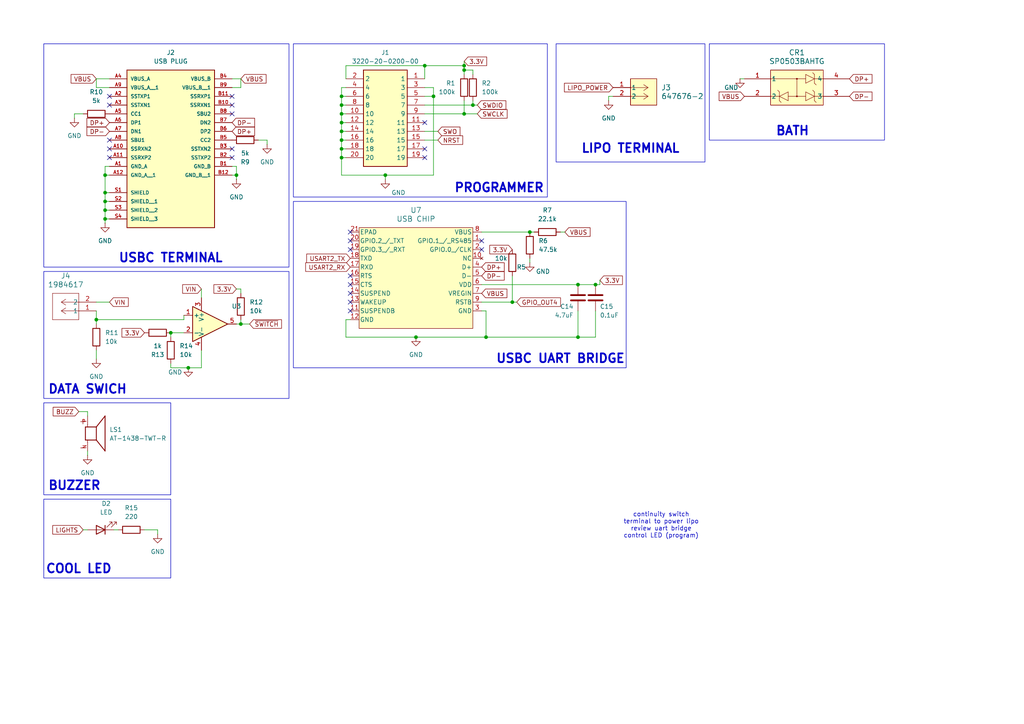
<source format=kicad_sch>
(kicad_sch (version 20250114) (generator "eeschema") (generator_version "9.0")
  (paper "A4")
  (lib_symbols
    (symbol "3220-20-0200-00:3220-20-0200-00"
      (property "Reference" "J" (at 19.05 7.62 0))
      (property "Value" "3220-20-0200-00" (at 19.05 5.08 0))
      (symbol "3220-20-0200-00_1_1"
        (rectangle (start 5.08 2.54) (end 17.78 -25.4) (stroke (width 0.254)) (fill (type background)))
        (pin passive line (at 0 0 0) (length 5.08) (name "2") (number "2"))
        (pin passive line (at 0 -2.54 0) (length 5.08) (name "4") (number "4"))
        (pin passive line (at 0 -5.08 0) (length 5.08) (name "6") (number "6"))
        (pin passive line (at 0 -7.62 0) (length 5.08) (name "8") (number "8"))
        (pin passive line (at 0 -10.16 0) (length 5.08) (name "10") (number "10"))
        (pin passive line (at 0 -12.7 0) (length 5.08) (name "12") (number "12"))
        (pin passive line (at 0 -15.24 0) (length 5.08) (name "14") (number "14"))
        (pin passive line (at 0 -17.78 0) (length 5.08) (name "16") (number "16"))
        (pin passive line (at 0 -20.32 0) (length 5.08) (name "18") (number "18"))
        (pin passive line (at 0 -22.86 0) (length 5.08) (name "20") (number "20"))
        (pin passive line (at 22.86 0 180) (length 5.08) (name "1") (number "1"))
        (pin passive line (at 22.86 -2.54 180) (length 5.08) (name "3") (number "3"))
        (pin passive line (at 22.86 -5.08 180) (length 5.08) (name "5") (number "5"))
        (pin passive line (at 22.86 -7.62 180) (length 5.08) (name "7") (number "7"))
        (pin passive line (at 22.86 -10.16 180) (length 5.08) (name "9") (number "9"))
        (pin passive line (at 22.86 -12.7 180) (length 5.08) (name "11") (number "11"))
        (pin passive line (at 22.86 -15.24 180) (length 5.08) (name "13") (number "13"))
        (pin passive line (at 22.86 -17.78 180) (length 5.08) (name "15") (number "15"))
        (pin passive line (at 22.86 -20.32 180) (length 5.08) (name "17") (number "17"))
        (pin passive line (at 22.86 -22.86 180) (length 5.08) (name "19") (number "19"))
      )
    )
    (symbol "BATH:SP0503BAHTG" (pin_names (offset 0.254))
      (property "Reference" "CR3" (at 15.24 7.62 0))
      (property "Value" "SP0503BAHTG" (at 15.24 5.08 0))
      (symbol "SP0503BAHTG_0_1"
        (polyline (pts (xy 7.62 2.54) (xy 7.62 -7.62)) (stroke (width 0.127)))
        (polyline (pts (xy 7.62 0) (xy 17.78 0)) (stroke (width 0.127)))
        (polyline (pts (xy 7.62 -5.08) (xy 10.16 -5.08)) (stroke (width 0.127)))
        (polyline (pts (xy 7.62 -7.62) (xy 22.86 -7.62)) (stroke (width 0.127)))
        (polyline (pts (xy 10.16 -3.81) (xy 9.652 -3.302)) (stroke (width 0.127)))
        (polyline (pts (xy 10.16 -3.81) (xy 10.16 -6.35)) (stroke (width 0.127)))
        (polyline (pts (xy 10.16 -5.08) (xy 12.7 -3.81)) (stroke (width 0.127)))
        (polyline (pts (xy 10.16 -6.35) (xy 10.668 -6.858)) (stroke (width 0.127)))
        (polyline (pts (xy 12.7 -3.81) (xy 12.7 -6.35)) (stroke (width 0.127)))
        (polyline (pts (xy 12.7 -5.08) (xy 17.78 -5.08)) (stroke (width 0.127)))
        (polyline (pts (xy 12.7 -6.35) (xy 10.16 -5.08)) (stroke (width 0.127)))
        (polyline (pts (xy 15.24 0) (xy 15.24 -5.08)) (stroke (width 0.127)))
        (circle (center 15.24 0) (radius 0.127) (stroke (width 0.254)))
        (circle (center 15.24 -5.08) (radius 0.127) (stroke (width 0.254)))
        (polyline (pts (xy 17.78 1.27) (xy 17.78 -1.27)) (stroke (width 0.127)))
        (polyline (pts (xy 17.78 -1.27) (xy 20.32 0)) (stroke (width 0.127)))
        (polyline (pts (xy 17.78 -3.81) (xy 17.78 -6.35)) (stroke (width 0.127)))
        (polyline (pts (xy 17.78 -6.35) (xy 20.32 -5.08)) (stroke (width 0.127)))
        (polyline (pts (xy 20.32 1.27) (xy 19.812 1.778)) (stroke (width 0.127)))
        (polyline (pts (xy 20.32 1.27) (xy 20.32 -1.27)) (stroke (width 0.127)))
        (polyline (pts (xy 20.32 0) (xy 17.78 1.27)) (stroke (width 0.127)))
        (polyline (pts (xy 20.32 0) (xy 22.86 0)) (stroke (width 0.127)))
        (polyline (pts (xy 20.32 -1.27) (xy 20.828 -1.778)) (stroke (width 0.127)))
        (polyline (pts (xy 20.32 -3.81) (xy 19.812 -3.302)) (stroke (width 0.127)))
        (polyline (pts (xy 20.32 -3.81) (xy 20.32 -6.35)) (stroke (width 0.127)))
        (polyline (pts (xy 20.32 -5.08) (xy 17.78 -3.81)) (stroke (width 0.127)))
        (polyline (pts (xy 20.32 -6.35) (xy 20.828 -6.858)) (stroke (width 0.127)))
        (polyline (pts (xy 22.86 2.54) (xy 7.62 2.54)) (stroke (width 0.127)))
        (polyline (pts (xy 22.86 -5.08) (xy 20.32 -5.08)) (stroke (width 0.127)))
        (polyline (pts (xy 22.86 -7.62) (xy 22.86 2.54)) (stroke (width 0.127)))
        (pin unspecified line (at 0 0 0) (length 7.62) (name "1") (number "1"))
        (pin unspecified line (at 0 -5.08 0) (length 7.62) (name "2") (number "2"))
        (pin unspecified line (at 30.48 0 180) (length 7.62) (name "4") (number "4"))
        (pin unspecified line (at 30.48 -5.08 180) (length 7.62) (name "3") (number "3"))
      )
      (symbol "SP0503BAHTG_1_1"
        (rectangle (start 7.62 2.54) (end 22.86 -7.62) (fill (type background)))
      )
    )
    (symbol "BUZZ:AT-1438-TWT-R" (pin_names (offset 1.016))
      (property "Reference" "LS" (at -1.27 6.35 0))
      (property "Value" "AT-1438-TWT-R" (at -1.27 -8.255 0))
      (symbol "AT-1438-TWT-R_0_0"
        (polyline (pts (xy -3.175 1.905) (xy -3.175 -1.905)) (stroke (width 0.254)))
        (polyline (pts (xy -3.175 1.905) (xy -2.54 1.905)) (stroke (width 0.254)))
        (polyline (pts (xy -3.175 -1.905) (xy -2.54 -1.905)) (stroke (width 0.254)))
        (polyline (pts (xy -2.54 2.54) (xy -2.54 1.905)) (stroke (width 0.1524)))
        (polyline (pts (xy -2.54 1.905) (xy 0 1.905)) (stroke (width 0.254)))
        (polyline (pts (xy -2.54 -1.905) (xy 0 -1.905)) (stroke (width 0.254)))
        (polyline (pts (xy -2.54 -2.54) (xy -2.54 -1.905)) (stroke (width 0.1524)))
        (polyline (pts (xy 0 1.905) (xy 2.54 5.08)) (stroke (width 0.254)))
        (polyline (pts (xy 0 -1.905) (xy 0 1.905)) (stroke (width 0.254)))
        (polyline (pts (xy 0 -1.905) (xy 2.54 -5.08)) (stroke (width 0.254)))
        (polyline (pts (xy 2.54 -5.08) (xy 2.54 5.08)) (stroke (width 0.254)))
        (text "+" (at -5.08 2.54 0) (effects (font (size 1.778 1.778)) (justify left bottom)))
        (text "-" (at -5.08 -5.08 0) (effects (font (size 1.778 1.778)) (justify left bottom)))
        (pin passive line (at -2.54 5.08 270) (length 2.54) (name "~") (number "P"))
        (pin passive line (at -2.54 -5.08 90) (length 2.54) (name "~") (number "N"))
      )
    )
    (symbol "Device:C" (pin_numbers (hide yes)) (pin_names (offset 0.254))
      (property "Reference" "C" (at 0.635 2.54 0))
      (property "Value" "C" (at 0.635 -2.54 0))
      (symbol "C_0_1"
        (polyline (pts (xy -2.032 0.762) (xy 2.032 0.762)) (stroke (width 0.508)))
        (polyline (pts (xy -2.032 -0.762) (xy 2.032 -0.762)) (stroke (width 0.508)))
      )
      (symbol "C_1_1"
        (pin passive line (at 0 3.81 270) (length 2.794) (name "~") (number "1"))
        (pin passive line (at 0 -3.81 90) (length 2.794) (name "~") (number "2"))
      )
    )
    (symbol "Device:LED" (pin_numbers (hide yes)) (pin_names (offset 1.016) (hide yes))
      (property "Reference" "D" (at 0 2.54 0))
      (property "Value" "LED" (at 0 -2.54 0))
      (symbol "LED_0_1"
        (polyline (pts (xy -3.048 -0.762) (xy -4.572 -2.286) (xy -3.81 -2.286) (xy -4.572 -2.286) (xy -4.572 -1.524)))
        (polyline (pts (xy -1.778 -0.762) (xy -3.302 -2.286) (xy -2.54 -2.286) (xy -3.302 -2.286) (xy -3.302 -1.524)))
        (polyline (pts (xy -1.27 0) (xy 1.27 0)))
        (polyline (pts (xy -1.27 -1.27) (xy -1.27 1.27)) (stroke (width 0.254)))
        (polyline (pts (xy 1.27 -1.27) (xy 1.27 1.27) (xy -1.27 0) (xy 1.27 -1.27)) (stroke (width 0.254)))
      )
      (symbol "LED_1_1"
        (pin passive line (at -3.81 0 0) (length 2.54) (name "K") (number "1"))
        (pin passive line (at 3.81 0 180) (length 2.54) (name "A") (number "2"))
      )
    )
    (symbol "Device:R" (pin_numbers (hide yes)) (pin_names (offset 0))
      (property "Reference" "R" (at 2.032 0 90))
      (property "Value" "R" (at 0 0 90))
      (symbol "R_0_1"
        (rectangle (start -1.016 -2.54) (end 1.016 2.54) (stroke (width 0.254)))
      )
      (symbol "R_1_1"
        (pin passive line (at 0 3.81 270) (length 1.27) (name "~") (number "1"))
        (pin passive line (at 0 -3.81 90) (length 1.27) (name "~") (number "2"))
      )
    )
    (symbol "LIPOCONN:647676-2" (pin_names (offset 0.254))
      (property "Reference" "J3" (at 13.97 0.0001 0))
      (property "Value" "647676-2" (at 13.97 -2.5399 0))
      (symbol "647676-2_1_1"
        (polyline (pts (xy 5.08 2.54) (xy 5.08 -5.08)) (stroke (width 0.127)))
        (rectangle (start 5.08 2.54) (end 12.7 -5.08) (fill (type background)))
        (polyline (pts (xy 5.08 -5.08) (xy 12.7 -5.08)) (stroke (width 0.127)))
        (polyline (pts (xy 10.16 0) (xy 5.08 0)) (stroke (width 0.127)))
        (polyline (pts (xy 10.16 0) (xy 8.89 0.8467)) (stroke (width 0.127)))
        (polyline (pts (xy 10.16 0) (xy 8.89 -0.8467)) (stroke (width 0.127)))
        (polyline (pts (xy 10.16 -2.54) (xy 5.08 -2.54)) (stroke (width 0.127)))
        (polyline (pts (xy 10.16 -2.54) (xy 8.89 -1.6933)) (stroke (width 0.127)))
        (polyline (pts (xy 10.16 -2.54) (xy 8.89 -3.3867)) (stroke (width 0.127)))
        (polyline (pts (xy 12.7 2.54) (xy 5.08 2.54)) (stroke (width 0.127)))
        (polyline (pts (xy 12.7 -5.08) (xy 12.7 2.54)) (stroke (width 0.127)))
        (pin unspecified line (at 0 0 0) (length 5.08) (name "1") (number "1"))
        (pin unspecified line (at 0 -2.54 0) (length 5.08) (name "2") (number "2"))
      )
      (symbol "647676-2_1_2"
        (polyline (pts (xy 5.08 2.54) (xy 5.08 -5.08)) (stroke (width 0.127)))
        (polyline (pts (xy 5.08 -5.08) (xy 12.7 -5.08)) (stroke (width 0.127)))
        (polyline (pts (xy 7.62 0) (xy 5.08 0)) (stroke (width 0.127)))
        (polyline (pts (xy 7.62 0) (xy 8.89 0.8467)) (stroke (width 0.127)))
        (polyline (pts (xy 7.62 0) (xy 8.89 -0.8467)) (stroke (width 0.127)))
        (polyline (pts (xy 7.62 -2.54) (xy 5.08 -2.54)) (stroke (width 0.127)))
        (polyline (pts (xy 7.62 -2.54) (xy 8.89 -1.6933)) (stroke (width 0.127)))
        (polyline (pts (xy 7.62 -2.54) (xy 8.89 -3.3867)) (stroke (width 0.127)))
        (polyline (pts (xy 12.7 2.54) (xy 5.08 2.54)) (stroke (width 0.127)))
        (polyline (pts (xy 12.7 -5.08) (xy 12.7 2.54)) (stroke (width 0.127)))
        (pin unspecified line (at 0 0 0) (length 5.08) (name "1") (number "1"))
        (pin unspecified line (at 0 -2.54 0) (length 5.08) (name "2") (number "2"))
      )
    )
    (symbol "SWITCHTERM:1984617" (pin_names (offset 0.254))
      (property "Reference" "J" (at 8.89 6.35 0))
      (property "Value" "1984617" (at 0 0 0))
      (symbol "1984617_0_1"
        (polyline (pts (xy 5.08 2.54) (xy 5.08 -5.08)) (stroke (width 0.127)))
        (polyline (pts (xy 5.08 -5.08) (xy 12.7 -5.08)) (stroke (width 0.127)))
        (polyline (pts (xy 10.16 0) (xy 5.08 0)) (stroke (width 0.127)))
        (polyline (pts (xy 10.16 0) (xy 8.89 0.8467)) (stroke (width 0.127)))
        (polyline (pts (xy 10.16 0) (xy 8.89 -0.8467)) (stroke (width 0.127)))
        (polyline (pts (xy 10.16 -2.54) (xy 5.08 -2.54)) (stroke (width 0.127)))
        (polyline (pts (xy 10.16 -2.54) (xy 8.89 -1.6933)) (stroke (width 0.127)))
        (polyline (pts (xy 10.16 -2.54) (xy 8.89 -3.3867)) (stroke (width 0.127)))
        (polyline (pts (xy 12.7 2.54) (xy 5.08 2.54)) (stroke (width 0.127)))
        (polyline (pts (xy 12.7 -5.08) (xy 12.7 2.54)) (stroke (width 0.127)))
        (pin unspecified line (at 0 0 0) (length 5.08) (name "1") (number "1"))
        (pin unspecified line (at 0 -2.54 0) (length 5.08) (name "2") (number "2"))
      )
    )
    (symbol "Simulation_SPICE:OPAMP" (pin_names (offset 0.254))
      (property "Reference" "U" (at 3.81 3.175 0))
      (property "Value" "${SIM.PARAMS}" (at 3.81 -3.175 0))
      (symbol "OPAMP_0_1"
        (polyline (pts (xy 5.08 0) (xy -5.08 5.08) (xy -5.08 -5.08) (xy 5.08 0)) (stroke (width 0.254)) (fill (type background)))
      )
      (symbol "OPAMP_1_1"
        (pin input line (at -7.62 2.54 0) (length 2.54) (name "+") (number "1"))
        (pin input line (at -7.62 -2.54 0) (length 2.54) (name "-") (number "2"))
        (pin power_in line (at -2.54 7.62 270) (length 3.81) (name "V+") (number "3"))
        (pin power_in line (at -2.54 -7.62 90) (length 3.81) (name "V-") (number "4"))
        (pin output line (at 7.62 0 180) (length 2.54) (name "~") (number "5"))
      )
    )
    (symbol "USBCHIP:CP2102N-A02-GQFN20" (pin_names (offset 0.254))
      (property "Reference" "U5" (at 41.91 8.89 0))
      (property "Value" "USB CHIP" (at 41.91 6.35 0))
      (symbol "CP2102N-A02-GQFN20_0_1"
        (pin unspecified line (at 22.86 2.54 0) (length 2.54) (name "VBUS") (number "8"))
        (pin bidirectional line (at 22.86 0 0) (length 2.54) (name "GPIO.1_/_RS485") (number "1"))
        (pin bidirectional line (at 22.86 -2.54 0) (length 2.54) (name "GPIO.0_/CLK") (number "2"))
        (pin no_connect line (at 22.86 -5.08 0) (length 2.54) (name "NC") (number "10"))
        (pin unspecified line (at 22.86 -7.62 0) (length 2.54) (name "D+") (number "4"))
        (pin unspecified line (at 22.86 -10.16 0) (length 2.54) (name "D-") (number "5"))
        (pin power_in line (at 22.86 -12.7 0) (length 2.54) (name "VDD") (number "6"))
        (pin unspecified line (at 22.86 -15.24 0) (length 2.54) (name "VREGIN") (number "7"))
        (pin unspecified line (at 22.86 -17.78 0) (length 2.54) (name "RSTB") (number "9"))
        (pin power_out line (at 22.86 -20.32 0) (length 2.54) (name "GND") (number "3"))
        (pin power_out line (at 60.96 2.54 180) (length 2.54) (name "EPAD") (number "21"))
        (pin bidirectional line (at 60.96 0 180) (length 2.54) (name "GPIO.2_/_TXT") (number "20"))
        (pin bidirectional line (at 60.96 -2.54 180) (length 2.54) (name "GPIO.3_/_RXT") (number "19"))
        (pin unspecified line (at 60.96 -5.08 180) (length 2.54) (name "TXD") (number "18"))
        (pin unspecified line (at 60.96 -7.62 180) (length 2.54) (name "RXD") (number "17"))
        (pin unspecified line (at 60.96 -10.16 180) (length 2.54) (name "RTS") (number "16"))
        (pin unspecified line (at 60.96 -12.7 180) (length 2.54) (name "CTS") (number "15"))
        (pin unspecified line (at 60.96 -15.24 180) (length 2.54) (name "SUSPEND") (number "14"))
        (pin unspecified line (at 60.96 -17.78 180) (length 2.54) (name "WAKEUP") (number "13"))
        (pin unspecified line (at 60.96 -20.32 180) (length 2.54) (name "SUSPENDB") (number "11"))
        (pin power_out line (at 60.96 -22.86 180) (length 2.54) (name "GND") (number "12"))
      )
      (symbol "CP2102N-A02-GQFN20_1_1"
        (rectangle (start 25.4 3.81) (end 58.42 -25.4) (fill (type background)))
      )
    )
    (symbol "USBPLUG:10152803-00011LF" (pin_names (offset 1.016))
      (property "Reference" "J2" (at 0 20.32 0))
      (property "Value" "USB PLUG" (at 0 17.78 0))
      (symbol "10152803-00011LF_0_0"
        (rectangle (start -12.7 -30.48) (end 12.7 15.24) (stroke (width 0.254)) (fill (type background)))
        (pin power_out line (at -17.78 12.7 0) (length 5.08) (name "VBUS_A") (number "A4"))
        (pin power_out line (at -17.78 10.16 0) (length 5.08) (name "VBUS_A__1") (number "A9"))
        (pin bidirectional line (at -17.78 7.62 0) (length 5.08) (name "SSTXP1") (number "A2"))
        (pin bidirectional line (at -17.78 5.08 0) (length 5.08) (name "SSTXN1") (number "A3"))
        (pin bidirectional line (at -17.78 2.54 0) (length 5.08) (name "CC1") (number "A5"))
        (pin bidirectional line (at -17.78 0 0) (length 5.08) (name "DP1") (number "A6"))
        (pin bidirectional line (at -17.78 -2.54 0) (length 5.08) (name "DN1") (number "A7"))
        (pin bidirectional line (at -17.78 -5.08 0) (length 5.08) (name "SBU1") (number "A8"))
        (pin bidirectional line (at -17.78 -7.62 0) (length 5.08) (name "SSRXN2") (number "A10"))
        (pin bidirectional line (at -17.78 -10.16 0) (length 5.08) (name "SSRXP2") (number "A11"))
        (pin power_in line (at -17.78 -12.7 0) (length 5.08) (name "GND_A") (number "A1"))
        (pin power_in line (at -17.78 -15.24 0) (length 5.08) (name "GND_A__1") (number "A12"))
        (pin passive line (at -17.78 -20.32 0) (length 5.08) (name "SHIELD") (number "S1"))
        (pin passive line (at -17.78 -22.86 0) (length 5.08) (name "SHIELD__1") (number "S2"))
        (pin passive line (at -17.78 -25.4 0) (length 5.08) (name "SHIELD__2") (number "S3"))
        (pin passive line (at -17.78 -27.94 0) (length 5.08) (name "SHIELD__3") (number "S4"))
        (pin power_out line (at 17.78 12.7 180) (length 5.08) (name "VBUS_B") (number "B4"))
        (pin power_out line (at 17.78 10.16 180) (length 5.08) (name "VBUS_B__1") (number "B9"))
        (pin bidirectional line (at 17.78 7.62 180) (length 5.08) (name "SSRXP1") (number "B11"))
        (pin bidirectional line (at 17.78 5.08 180) (length 5.08) (name "SSRXN1") (number "B10"))
        (pin bidirectional line (at 17.78 2.54 180) (length 5.08) (name "SBU2") (number "B8"))
        (pin bidirectional line (at 17.78 0 180) (length 5.08) (name "DN2") (number "B7"))
        (pin bidirectional line (at 17.78 -2.54 180) (length 5.08) (name "DP2") (number "B6"))
        (pin bidirectional line (at 17.78 -5.08 180) (length 5.08) (name "CC2") (number "B5"))
        (pin bidirectional line (at 17.78 -7.62 180) (length 5.08) (name "SSTXN2") (number "B3"))
        (pin bidirectional line (at 17.78 -10.16 180) (length 5.08) (name "SSTXP2") (number "B2"))
        (pin power_in line (at 17.78 -12.7 180) (length 5.08) (name "GND_B") (number "B1"))
        (pin power_in line (at 17.78 -15.24 180) (length 5.08) (name "GND_B__1") (number "B12"))
      )
    )
    (symbol "power:GND" (power) (pin_numbers (hide yes)) (pin_names (offset 0) (hide yes))
      (property "Value" "GND" (at 0 -3.81 0))
      (symbol "GND_0_1"
        (polyline (pts (xy 0 0) (xy 0 -1.27) (xy 1.27 -1.27) (xy 0 -2.54) (xy -1.27 -1.27) (xy 0 -1.27)))
      )
      (symbol "GND_1_1"
        (pin power_in line (at 0 0 270) (length 0) (name "~") (number "1"))
      )
    )
  )
  (rectangle (start 12.7 12.7) (end 83.82 77.47))
  (rectangle (start 161.29 12.7) (end 204.47 46.99))
  (rectangle (start 205.74 12.7) (end 256.54 40.64))
  (rectangle (start 12.7 144.78) (end 49.53 167.64))
  (rectangle (start 12.7 78.74) (end 83.82 115.57))
  (rectangle (start 12.7 116.84) (end 49.53 143.51))
  (rectangle (start 85.09 12.7) (end 158.75 57.15))
  (rectangle (start 85.09 58.42) (end 181.61 106.68))
  (text "BATH" (at 229.87 38.1 0) (effects (font (size 2.54 2.54) (thickness 0.508) (bold yes))))
  (text "BUZZER" (at 21.59 140.97 0) (effects (font (size 2.54 2.54) (thickness 0.508) (bold yes))))
  (text "LIPO TERMINAL" (at 182.88 43.18 0) (effects (font (size 2.54 2.54) (thickness 0.508) (bold yes))))
  (text "continuity switch\nterminal to power lipo\nreview uart bridge\ncontrol LED (program)\n" (at 191.77 152.4 0) (effects (font (size 1.27 1.27))))
  (text "DATA SWICH" (at 25.4 113.03 0) (effects (font (size 2.54 2.54) (thickness 0.508) (bold yes))))
  (text "COOL LED" (at 22.86 165.1 0) (effects (font (size 2.54 2.54) (thickness 0.508) (bold yes))))
  (text "USBC UART BRIDGE" (at 162.56 104.14 0) (effects (font (size 2.54 2.54) (thickness 0.508) (bold yes))))
  (text "USBC TERMINAL" (at 49.53 74.93 0) (effects (font (size 2.54 2.54) (thickness 0.508) (bold yes))))
  (text "PROGRAMMER" (at 144.78 54.61 0) (effects (font (size 2.54 2.54) (thickness 0.508) (bold yes))))
  (junction (at 134.62 33.02))
  (junction (at 30.48 50.8))
  (junction (at 137.16 30.48))
  (junction (at 120.65 97.79))
  (junction (at 99.06 40.64))
  (junction (at 99.06 30.48))
  (junction (at 99.06 43.18))
  (junction (at 99.06 45.72))
  (junction (at 99.06 35.56))
  (junction (at 148.59 87.63))
  (junction (at 30.48 58.42))
  (junction (at 167.64 82.55))
  (junction (at 125.73 27.94))
  (junction (at 68.58 50.8))
  (junction (at 30.48 60.96))
  (junction (at 99.06 27.94))
  (junction (at 134.62 20.32))
  (junction (at 54.61 106.68))
  (junction (at 30.48 55.88))
  (junction (at 30.48 63.5))
  (junction (at 69.85 93.98))
  (junction (at 140.97 97.79))
  (junction (at 99.06 38.1))
  (junction (at 49.53 96.52))
  (junction (at 123.19 19.05))
  (junction (at 99.06 33.02))
  (junction (at 153.67 67.31))
  (junction (at 134.62 19.05))
  (junction (at 167.64 97.79))
  (junction (at 172.72 82.55))
  (junction (at 111.76 50.8))
  (junction (at 27.94 92.71))
  (no_connect (at 101.6 72.39))
  (no_connect (at 139.7 72.39))
  (no_connect (at 31.75 27.94))
  (no_connect (at 101.6 82.55))
  (no_connect (at 67.31 43.18))
  (no_connect (at 139.7 69.85))
  (no_connect (at 123.19 43.18))
  (no_connect (at 101.6 69.85))
  (no_connect (at 101.6 67.31))
  (no_connect (at 123.19 45.72))
  (no_connect (at 31.75 45.72))
  (no_connect (at 123.19 35.56))
  (no_connect (at 101.6 80.01))
  (no_connect (at 101.6 87.63))
  (no_connect (at 67.31 30.48))
  (no_connect (at 101.6 90.17))
  (no_connect (at 67.31 33.02))
  (no_connect (at 67.31 45.72))
  (no_connect (at 31.75 40.64))
  (no_connect (at 101.6 85.09))
  (no_connect (at 67.31 27.94))
  (no_connect (at 31.75 30.48))
  (no_connect (at 31.75 43.18))
  (wire (pts (xy 123.19 27.94) (xy 125.73 27.94)))
  (wire (pts (xy 30.48 60.96) (xy 30.48 63.5)))
  (wire (pts (xy 123.19 19.05) (xy 134.62 19.05)))
  (wire (pts (xy 177.8 27.94) (xy 176.53 27.94)))
  (wire (pts (xy 31.75 48.26) (xy 30.48 48.26)))
  (wire (pts (xy 77.47 40.64) (xy 77.47 41.91)))
  (wire (pts (xy 167.64 82.55) (xy 172.72 82.55)))
  (wire (pts (xy 49.53 106.68) (xy 54.61 106.68)))
  (wire (pts (xy 139.7 90.17) (xy 140.97 90.17)))
  (wire (pts (xy 134.62 20.32) (xy 137.16 20.32)))
  (wire (pts (xy 100.33 43.18) (xy 99.06 43.18)))
  (wire (pts (xy 30.48 60.96) (xy 31.75 60.96)))
  (wire (pts (xy 134.62 17.78) (xy 134.62 19.05)))
  (wire (pts (xy 58.42 83.82) (xy 58.42 86.36)))
  (wire (pts (xy 27.94 93.98) (xy 27.94 92.71)))
  (wire (pts (xy 67.31 50.8) (xy 68.58 50.8)))
  (wire (pts (xy 148.59 80.01) (xy 148.59 87.63)))
  (wire (pts (xy 176.53 27.94) (xy 176.53 29.21)))
  (wire (pts (xy 49.53 96.52) (xy 53.34 96.52)))
  (wire (pts (xy 27.94 25.4) (xy 27.94 22.86)))
  (wire (pts (xy 24.13 33.02) (xy 21.59 33.02)))
  (wire (pts (xy 100.33 92.71) (xy 100.33 97.79)))
  (wire (pts (xy 123.19 38.1) (xy 127 38.1)))
  (wire (pts (xy 21.59 33.02) (xy 21.59 34.29)))
  (wire (pts (xy 31.75 55.88) (xy 30.48 55.88)))
  (wire (pts (xy 138.43 30.48) (xy 137.16 30.48)))
  (wire (pts (xy 45.72 153.67) (xy 45.72 154.94)))
  (wire (pts (xy 69.85 25.4) (xy 69.85 22.86)))
  (wire (pts (xy 100.33 97.79) (xy 120.65 97.79)))
  (wire (pts (xy 167.64 90.17) (xy 167.64 97.79)))
  (wire (pts (xy 99.06 30.48) (xy 99.06 33.02)))
  (wire (pts (xy 69.85 83.82) (xy 69.85 85.09)))
  (wire (pts (xy 24.13 153.67) (xy 25.4 153.67)))
  (wire (pts (xy 41.91 153.67) (xy 45.72 153.67)))
  (wire (pts (xy 22.86 119.38) (xy 25.4 119.38)))
  (wire (pts (xy 100.33 38.1) (xy 99.06 38.1)))
  (wire (pts (xy 30.48 50.8) (xy 30.48 55.88)))
  (wire (pts (xy 67.31 25.4) (xy 69.85 25.4)))
  (wire (pts (xy 67.31 48.26) (xy 68.58 48.26)))
  (wire (pts (xy 49.53 105.41) (xy 49.53 106.68)))
  (wire (pts (xy 153.67 67.31) (xy 154.94 67.31)))
  (wire (pts (xy 140.97 90.17) (xy 140.97 97.79)))
  (wire (pts (xy 99.06 25.4) (xy 99.06 27.94)))
  (wire (pts (xy 30.48 58.42) (xy 31.75 58.42)))
  (wire (pts (xy 172.72 97.79) (xy 167.64 97.79)))
  (wire (pts (xy 69.85 92.71) (xy 69.85 93.98)))
  (wire (pts (xy 99.06 40.64) (xy 99.06 43.18)))
  (wire (pts (xy 33.02 153.67) (xy 34.29 153.67)))
  (wire (pts (xy 27.94 22.86) (xy 31.75 22.86)))
  (wire (pts (xy 68.58 83.82) (xy 69.85 83.82)))
  (wire (pts (xy 139.7 87.63) (xy 148.59 87.63)))
  (wire (pts (xy 139.7 67.31) (xy 153.67 67.31)))
  (wire (pts (xy 100.33 35.56) (xy 99.06 35.56)))
  (wire (pts (xy 173.99 81.28) (xy 173.99 82.55)))
  (wire (pts (xy 53.34 92.71) (xy 53.34 91.44)))
  (wire (pts (xy 140.97 97.79) (xy 167.64 97.79)))
  (wire (pts (xy 27.94 90.17) (xy 27.94 92.71)))
  (wire (pts (xy 99.06 33.02) (xy 99.06 35.56)))
  (wire (pts (xy 123.19 30.48) (xy 137.16 30.48)))
  (wire (pts (xy 30.48 63.5) (xy 31.75 63.5)))
  (wire (pts (xy 101.6 92.71) (xy 100.33 92.71)))
  (wire (pts (xy 172.72 90.17) (xy 172.72 97.79)))
  (wire (pts (xy 68.58 50.8) (xy 68.58 52.07)))
  (wire (pts (xy 68.58 48.26) (xy 68.58 50.8)))
  (wire (pts (xy 30.48 58.42) (xy 30.48 60.96)))
  (wire (pts (xy 69.85 93.98) (xy 72.39 93.98)))
  (wire (pts (xy 99.06 38.1) (xy 99.06 40.64)))
  (wire (pts (xy 137.16 29.21) (xy 137.16 30.48)))
  (wire (pts (xy 100.33 22.86) (xy 100.33 19.05)))
  (wire (pts (xy 140.97 97.79) (xy 120.65 97.79)))
  (wire (pts (xy 125.73 27.94) (xy 125.73 50.8)))
  (wire (pts (xy 25.4 130.81) (xy 25.4 132.08)))
  (wire (pts (xy 58.42 101.6) (xy 58.42 106.68)))
  (wire (pts (xy 123.19 19.05) (xy 123.19 22.86)))
  (wire (pts (xy 30.48 55.88) (xy 30.48 58.42)))
  (wire (pts (xy 123.19 40.64) (xy 127 40.64)))
  (wire (pts (xy 125.73 50.8) (xy 111.76 50.8)))
  (wire (pts (xy 214.63 22.86) (xy 215.9 22.86)))
  (wire (pts (xy 100.33 30.48) (xy 99.06 30.48)))
  (wire (pts (xy 49.53 96.52) (xy 49.53 97.79)))
  (wire (pts (xy 134.62 19.05) (xy 134.62 20.32)))
  (wire (pts (xy 31.75 25.4) (xy 27.94 25.4)))
  (wire (pts (xy 153.67 74.93) (xy 153.67 76.2)))
  (wire (pts (xy 138.43 33.02) (xy 134.62 33.02)))
  (wire (pts (xy 99.06 43.18) (xy 99.06 45.72)))
  (wire (pts (xy 27.94 104.14) (xy 27.94 101.6)))
  (wire (pts (xy 27.94 92.71) (xy 53.34 92.71)))
  (wire (pts (xy 125.73 25.4) (xy 125.73 27.94)))
  (wire (pts (xy 123.19 25.4) (xy 125.73 25.4)))
  (wire (pts (xy 172.72 82.55) (xy 173.99 82.55)))
  (wire (pts (xy 111.76 52.07) (xy 111.76 50.8)))
  (wire (pts (xy 30.48 64.77) (xy 30.48 63.5)))
  (wire (pts (xy 100.33 19.05) (xy 123.19 19.05)))
  (wire (pts (xy 30.48 48.26) (xy 30.48 50.8)))
  (wire (pts (xy 25.4 120.65) (xy 25.4 119.38)))
  (wire (pts (xy 100.33 33.02) (xy 99.06 33.02)))
  (wire (pts (xy 137.16 20.32) (xy 137.16 21.59)))
  (wire (pts (xy 123.19 33.02) (xy 134.62 33.02)))
  (wire (pts (xy 100.33 27.94) (xy 99.06 27.94)))
  (wire (pts (xy 99.06 35.56) (xy 99.06 38.1)))
  (wire (pts (xy 100.33 25.4) (xy 99.06 25.4)))
  (wire (pts (xy 74.93 40.64) (xy 77.47 40.64)))
  (wire (pts (xy 58.42 106.68) (xy 54.61 106.68)))
  (wire (pts (xy 100.33 40.64) (xy 99.06 40.64)))
  (wire (pts (xy 27.94 87.63) (xy 31.75 87.63)))
  (wire (pts (xy 68.58 93.98) (xy 69.85 93.98)))
  (wire (pts (xy 134.62 29.21) (xy 134.62 33.02)))
  (wire (pts (xy 99.06 45.72) (xy 99.06 50.8)))
  (wire (pts (xy 99.06 50.8) (xy 111.76 50.8)))
  (wire (pts (xy 162.56 67.31) (xy 163.83 67.31)))
  (wire (pts (xy 100.33 45.72) (xy 99.06 45.72)))
  (wire (pts (xy 99.06 27.94) (xy 99.06 30.48)))
  (wire (pts (xy 148.59 87.63) (xy 149.86 87.63)))
  (wire (pts (xy 139.7 82.55) (xy 167.64 82.55)))
  (wire (pts (xy 67.31 22.86) (xy 69.85 22.86)))
  (wire (pts (xy 134.62 20.32) (xy 134.62 21.59)))
  (wire (pts (xy 31.75 50.8) (xy 30.48 50.8)))
  (global_label "NRST" (shape input) (at 127 40.64 0) (property "Intersheetrefs" "${INTERSHEET_REFS}" (effects (hide yes))))
  (global_label "VBUS" (shape input) (at 215.9 27.94 180) (effects (font (thickness 0.1588))) (property "Intersheetrefs" "${INTERSHEET_REFS}" (effects (hide yes))))
  (global_label "3.3V" (shape input) (at 41.91 96.52 180) (effects (font (thickness 0.1588))) (property "Intersheetrefs" "${INTERSHEET_REFS}" (effects (hide yes))))
  (global_label "VBUS" (shape input) (at 69.85 22.86 0) (effects (font (thickness 0.1588))) (property "Intersheetrefs" "${INTERSHEET_REFS}" (effects (hide yes))))
  (global_label "USART2_RX" (shape input) (at 101.6 77.47 180) (property "Intersheetrefs" "${INTERSHEET_REFS}" (effects (hide yes))))
  (global_label "GPIO_OUT4" (shape input) (at 149.86 87.63 0) (property "Intersheetrefs" "${INTERSHEET_REFS}" (effects (hide yes))))
  (global_label "DP-" (shape input) (at 31.75 38.1 180) (effects (font (thickness 0.1588))) (property "Intersheetrefs" "${INTERSHEET_REFS}" (effects (hide yes))))
  (global_label "3.3V" (shape input) (at 134.62 17.78 0) (property "Intersheetrefs" "${INTERSHEET_REFS}" (effects (hide yes))))
  (global_label "3.3V" (shape input) (at 68.58 83.82 180) (property "Intersheetrefs" "${INTERSHEET_REFS}" (effects (hide yes))))
  (global_label "VIN" (shape input) (at 31.75 87.63 0) (property "Intersheetrefs" "${INTERSHEET_REFS}" (effects (hide yes))))
  (global_label "DP+" (shape input) (at 67.31 38.1 0) (effects (font (thickness 0.1588))) (property "Intersheetrefs" "${INTERSHEET_REFS}" (effects (hide yes))))
  (global_label "3.3V" (shape input) (at 148.59 72.39 180) (property "Intersheetrefs" "${INTERSHEET_REFS}" (effects (hide yes))))
  (global_label "VBUS" (shape input) (at 139.7 85.09 0) (effects (font (thickness 0.1588))) (property "Intersheetrefs" "${INTERSHEET_REFS}" (effects (hide yes))))
  (global_label "VBUS" (shape input) (at 163.83 67.31 0) (effects (font (thickness 0.1588))) (property "Intersheetrefs" "${INTERSHEET_REFS}" (effects (hide yes))))
  (global_label "3.3V" (shape input) (at 173.99 81.28 0) (property "Intersheetrefs" "${INTERSHEET_REFS}" (effects (hide yes))))
  (global_label "VIN" (shape input) (at 58.42 83.82 180) (property "Intersheetrefs" "${INTERSHEET_REFS}" (effects (hide yes))))
  (global_label "SWCLK" (shape input) (at 138.43 33.02 0) (effects (font (thickness 0.1588))) (property "Intersheetrefs" "${INTERSHEET_REFS}" (effects (hide yes))))
  (global_label "LIPO_POWER" (shape input) (at 177.8 25.4 180) (effects (font (thickness 0.1588))) (property "Intersheetrefs" "${INTERSHEET_REFS}" (effects (hide yes))))
  (global_label "~{SWITCH}" (shape input) (at 72.39 93.98 0) (property "Intersheetrefs" "${INTERSHEET_REFS}" (effects (hide yes))))
  (global_label "SWO" (shape input) (at 127 38.1 0) (effects (font (thickness 0.1588))) (property "Intersheetrefs" "${INTERSHEET_REFS}" (effects (hide yes))))
  (global_label "VBUS" (shape input) (at 27.94 22.86 180) (effects (font (thickness 0.1588))) (property "Intersheetrefs" "${INTERSHEET_REFS}" (effects (hide yes))))
  (global_label "LIGHTS" (shape input) (at 24.13 153.67 180) (effects (font (thickness 0.1588))) (property "Intersheetrefs" "${INTERSHEET_REFS}" (effects (hide yes))))
  (global_label "DP-" (shape input) (at 67.31 35.56 0) (effects (font (thickness 0.1588))) (property "Intersheetrefs" "${INTERSHEET_REFS}" (effects (hide yes))))
  (global_label "DP+" (shape input) (at 31.75 35.56 180) (effects (font (thickness 0.1588))) (property "Intersheetrefs" "${INTERSHEET_REFS}" (effects (hide yes))))
  (global_label "DP-" (shape input) (at 246.38 27.94 0) (effects (font (thickness 0.1588))) (property "Intersheetrefs" "${INTERSHEET_REFS}" (effects (hide yes))))
  (global_label "DP+" (shape input) (at 139.7 77.47 0) (effects (font (thickness 0.1588))) (property "Intersheetrefs" "${INTERSHEET_REFS}" (effects (hide yes))))
  (global_label "DP-" (shape input) (at 139.7 80.01 0) (effects (font (thickness 0.1588))) (property "Intersheetrefs" "${INTERSHEET_REFS}" (effects (hide yes))))
  (global_label "SWDIO" (shape input) (at 138.43 30.48 0) (effects (font (thickness 0.1588))) (property "Intersheetrefs" "${INTERSHEET_REFS}" (effects (hide yes))))
  (global_label "USART2_TX" (shape input) (at 101.6 74.93 180) (property "Intersheetrefs" "${INTERSHEET_REFS}" (effects (hide yes))))
  (global_label "DP+" (shape input) (at 246.38 22.86 0) (effects (font (thickness 0.1588))) (property "Intersheetrefs" "${INTERSHEET_REFS}" (effects (hide yes))))
  (global_label "BUZZ" (shape input) (at 22.86 119.38 180) (effects (font (thickness 0.1588))) (property "Intersheetrefs" "${INTERSHEET_REFS}" (effects (hide yes))))
  (symbol (lib_id "Device:R") (at 134.62 25.4 0) (mirror y) (unit 1)
    (property "Reference" "R1" (at 132.08 24.1299 0) (effects (justify left)))
    (property "Value" "100k" (at 132.08 26.6699 0) (effects (justify left)))
    (property "Footprint" "Resistor_SMD:R_0805_2012Metric" (effects (hide yes)))
    (property "Description" "Resistor" (effects (hide yes)))
  )
  (symbol (lib_id "Device:C") (at 172.72 86.36 0) (mirror y) (unit 1)
    (property "Reference" "C15" (at 173.99 88.9 0) (effects (justify right)))
    (property "Value" "0.1uF" (at 173.99 91.44 0) (effects (justify right)))
    (property "Footprint" "Capacitor_SMD:C_0603_1608Metric" (effects (hide yes)))
    (property "Description" "Unpolarized capacitor" (effects (hide yes)))
  )
  (symbol (lib_id "USBCHIP:CP2102N-A02-GQFN20") (at 162.56 69.85 0) (mirror y) (unit 1)
    (property "Reference" "U7" (at 120.65 60.96 0) (effects (font (size 1.524 1.524))))
    (property "Value" "USB CHIP" (at 120.65 63.5 0) (effects (font (size 1.524 1.524))))
    (property "Footprint" "Coolstuff:QFN20_CP2102N_SIL" (effects (hide yes)))
    (property "Datasheet" "CP2102N-A02-GQFN20" (effects (hide yes)))
  )
  (symbol (lib_id "Device:R") (at 69.85 88.9 0) (unit 1)
    (property "Reference" "R12" (at 72.39 87.6299 0) (effects (justify left)))
    (property "Value" "10k" (at 72.39 90.1699 0) (effects (justify left)))
    (property "Footprint" "Resistor_SMD:R_0603_1608Metric" (effects (hide yes)))
    (property "Description" "Resistor" (effects (hide yes)))
  )
  (symbol (lib_id "power:GND") (at 21.59 34.29 0) (unit 1)
    (property "Reference" "#PWR04" (effects (hide yes)))
    (property "Value" "GND" (at 21.59 39.37 0))
    (property "Description" "Power symbol creates a global label with name \"GND\" , ground" (effects (hide yes)))
  )
  (symbol (lib_id "Device:R") (at 49.53 101.6 0) (unit 1)
    (property "Reference" "R14" (at 52.07 100.3299 0) (effects (justify left)))
    (property "Value" "10k" (at 52.07 102.8699 0) (effects (justify left)))
    (property "Footprint" "Resistor_SMD:R_0603_1608Metric" (effects (hide yes)))
    (property "Description" "Resistor" (effects (hide yes)))
  )
  (symbol (lib_id "Device:C") (at 167.64 86.36 0) (unit 1)
    (property "Reference" "C14" (at 166.37 88.9 0) (effects (justify right)))
    (property "Value" "4.7uF" (at 166.37 91.44 0) (effects (justify right)))
    (property "Footprint" "Capacitor_SMD:C_0603_1608Metric" (effects (hide yes)))
    (property "Description" "Unpolarized capacitor" (effects (hide yes)))
  )
  (symbol (lib_id "Device:R") (at 45.72 96.52 270) (mirror x) (unit 1)
    (property "Reference" "R13" (at 45.72 102.87 90))
    (property "Value" "1k" (at 45.72 100.33 90))
    (property "Footprint" "Resistor_SMD:R_0603_1608Metric" (effects (hide yes)))
    (property "Description" "Resistor" (effects (hide yes)))
  )
  (symbol (lib_id "3220-20-0200-00:3220-20-0200-00") (at 100.33 22.86 0) (unit 1)
    (property "Reference" "J1" (at 111.76 15.24 0))
    (property "Value" "3220-20-0200-00" (at 111.76 17.78 0))
    (property "Footprint" "Devils20Pin:322020020000" (effects (hide yes)))
    (property "Datasheet" "https://cnctech.us/pdfs/3220-XX-0200-00.pdf?fbclid=IwZXh0bgNhZW0CMTEAAR3yfYtCIiE6OP7ZQvKs3yu0kvRNo8KGQ-qDq8H5USrm8eg6fCmZqky6RIg_aem_ZLHWma4O_pjnCFuF-OQafw" (effects (hide yes)))
    (property "Description" "Connector Header Through Hole, Right Angle 20 position 0.050\" (1.27mm)" (effects (hide yes)))
    (property "Height" "5.35" (effects (hide yes)))
    (property "Manufacturer_Name" "CNC Tech" (effects (hide yes)))
    (property "Manufacturer_Part_Number" "3220-20-0200-00" (effects (hide yes)))
  )
  (symbol (lib_id "power:GND") (at 68.58 52.07 0) (unit 1)
    (property "Reference" "#PWR015" (effects (hide yes)))
    (property "Value" "GND" (at 68.58 57.15 0))
    (property "Description" "Power symbol creates a global label with name \"GND\" , ground" (effects (hide yes)))
  )
  (symbol (lib_id "Device:LED") (at 29.21 153.67 180) (unit 1)
    (property "Reference" "D2" (at 30.7975 146.05 0))
    (property "Value" "LED" (at 30.7975 148.59 0))
    (property "Footprint" "LED_SMD:LED_0603_1608Metric" (effects (hide yes)))
    (property "Description" "Light emitting diode" (effects (hide yes)))
    (property "Sim.Pins" "1=K 2=A" (effects (hide yes)))
  )
  (symbol (lib_id "USBPLUG:10152803-00011LF") (at 49.53 35.56 0) (unit 1)
    (property "Reference" "J2" (at 49.53 15.24 0))
    (property "Value" "USB PLUG" (at 49.53 17.78 0))
    (property "Footprint" "Coolstuff:AMPHENOL_10152803-00011LF" (effects (hide yes)))
    (property "PARTREV" "A" (effects (hide yes)))
    (property "STANDARD" "Manufacturer Recommendations" (effects (hide yes)))
    (property "MAXIMUM_PACKAGE_HEIGHT" "3.26 mm" (effects (hide yes)))
    (property "MANUFACTURER" "Amphenol" (effects (hide yes)))
  )
  (symbol (lib_id "power:GND") (at 45.72 154.94 0) (unit 1)
    (property "Reference" "#PWR017" (effects (hide yes)))
    (property "Value" "GND" (at 45.72 160.02 0))
    (property "Description" "Power symbol creates a global label with name \"GND\" , ground" (effects (hide yes)))
  )
  (symbol (lib_id "Device:R") (at 153.67 71.12 0) (unit 1)
    (property "Reference" "R6" (at 156.21 69.8499 0) (effects (justify left)))
    (property "Value" "47.5k" (at 156.21 72.3899 0) (effects (justify left)))
    (property "Footprint" "Resistor_SMD:R_0805_2012Metric" (effects (hide yes)))
    (property "Description" "Resistor" (effects (hide yes)))
  )
  (symbol (lib_id "power:GND") (at 30.48 64.77 0) (unit 1)
    (property "Reference" "#PWR011" (effects (hide yes)))
    (property "Value" "GND" (at 30.48 69.85 0))
    (property "Description" "Power symbol creates a global label with name \"GND\" , ground" (effects (hide yes)))
  )
  (symbol (lib_id "power:GND") (at 111.76 52.07 0) (unit 1)
    (property "Reference" "#PWR03" (effects (hide yes)))
    (property "Value" "GND" (at 115.57 55.88 0))
    (property "Description" "Power symbol creates a global label with name \"GND\" , ground" (effects (hide yes)))
  )
  (symbol (lib_id "Simulation_SPICE:OPAMP") (at 60.96 93.98 0) (unit 1)
    (property "Reference" "U3" (at 68.58 88.8298 0))
    (property "Value" "${SIM.PARAMS}" (at 68.58 90.7349 0))
    (property "Footprint" "Coolstuff:SOT23-5_STM" (effects (hide yes)))
    (property "Datasheet" "https://ngspice.sourceforge.io/docs/ngspice-html-manual/manual.xhtml#sec__SUBCKT_Subcircuits" (effects (hide yes)))
    (property "Description" "Operational amplifier, single" (effects (hide yes)))
    (property "Sim.Pins" "1=in+ 2=in- 3=vcc 4=vee 5=out" (effects (hide yes)))
    (property "Sim.Device" "SUBCKT" (effects (hide yes)))
    (property "Sim.Library" "${KICAD9_SYMBOL_DIR}/Simulation_SPICE.sp" (effects (hide yes)))
    (property "Sim.Name" "kicad_builtin_opamp" (effects (hide yes)))
  )
  (symbol (lib_id "power:GND") (at 120.65 97.79 0) (unit 1)
    (property "Reference" "#PWR018" (effects (hide yes)))
    (property "Value" "GND" (at 120.65 102.87 0))
    (property "Description" "Power symbol creates a global label with name \"GND\" , ground" (effects (hide yes)))
  )
  (symbol (lib_id "power:GND") (at 176.53 29.21 0) (unit 1)
    (property "Reference" "#PWR07" (effects (hide yes)))
    (property "Value" "GND" (at 176.53 34.29 0))
    (property "Description" "Power symbol creates a global label with name \"GND\" , ground" (effects (hide yes)))
  )
  (symbol (lib_id "Device:R") (at 38.1 153.67 90) (unit 1)
    (property "Reference" "R15" (at 38.1 147.32 90))
    (property "Value" "220" (at 38.1 149.86 90))
    (property "Footprint" "Resistor_SMD:R_0603_1608Metric" (effects (hide yes)))
    (property "Description" "Resistor" (effects (hide yes)))
  )
  (symbol (lib_id "power:GND") (at 25.4 132.08 0) (unit 1)
    (property "Reference" "#PWR016" (effects (hide yes)))
    (property "Value" "GND" (at 25.4 137.16 0))
    (property "Description" "Power symbol creates a global label with name \"GND\" , ground" (effects (hide yes)))
  )
  (symbol (lib_id "LIPOCONN:647676-2") (at 177.8 25.4 0) (unit 1)
    (property "Reference" "J3" (at 191.77 25.3999 0) (effects (font (size 1.524 1.524)) (justify left)))
    (property "Value" "647676-2" (at 191.77 27.9399 0) (effects (font (size 1.524 1.524)) (justify left)))
    (property "Footprint" "Coolstuff:CONN2_647676-2_TEC" (effects (hide yes)))
    (property "Datasheet" "https://www.te.com/commerce/DocumentDelivery/DDEController?Action=srchrtrv&DocNm=108-2359&DocType=Specification+Or+Standard&DocLang=English&PartCntxt=647676-4&DocFormat=pdf" (effects (hide yes)))
  )
  (symbol (lib_id "power:GND") (at 77.47 41.91 0) (unit 1)
    (property "Reference" "#PWR05" (effects (hide yes)))
    (property "Value" "GND" (at 77.47 46.99 0))
    (property "Description" "Power symbol creates a global label with name \"GND\" , ground" (effects (hide yes)))
  )
  (symbol (lib_id "power:GND") (at 214.63 22.86 0) (unit 1)
    (property "Reference" "#PWR01" (effects (hide yes)))
    (property "Value" "GND" (at 212.09 25.4 0))
    (property "Description" "Power symbol creates a global label with name \"GND\" , ground" (effects (hide yes)))
  )
  (symbol (lib_id "power:GND") (at 153.67 76.2 0) (unit 1)
    (property "Reference" "#PWR022" (effects (hide yes)))
    (property "Value" "GND" (at 157.48 78.74 0))
    (property "Description" "Power symbol creates a global label with name \"GND\" , ground" (effects (hide yes)))
  )
  (symbol (lib_id "Device:R") (at 27.94 33.02 90) (unit 1)
    (property "Reference" "R10" (at 27.94 26.67 90))
    (property "Value" "5k" (at 27.94 29.21 90))
    (property "Footprint" "Resistor_SMD:R_0603_1608Metric" (effects (hide yes)))
    (property "Description" "Resistor" (effects (hide yes)))
  )
  (symbol (lib_id "SWITCHTERM:1984617") (at 27.94 90.17 180) (unit 1)
    (property "Reference" "J4" (at 19.05 80.01 0) (effects (font (size 1.524 1.524))))
    (property "Value" "1984617" (at 19.05 82.55 0) (effects (font (size 1.524 1.524))))
    (property "Footprint" "Coolstuff:CONN_1984617_PXC" (effects (hide yes)))
    (property "Datasheet" "1984617" (effects (hide yes)))
  )
  (symbol (lib_id "power:GND") (at 27.94 104.14 0) (unit 1)
    (property "Reference" "#PWR012" (effects (hide yes)))
    (property "Value" "GND" (at 27.94 109.22 0))
    (property "Description" "Power symbol creates a global label with name \"GND\" , ground" (effects (hide yes)))
  )
  (symbol (lib_id "BUZZ:AT-1438-TWT-R") (at 27.94 125.73 0) (unit 1)
    (property "Reference" "LS1" (at 31.75 124.6042 0) (effects (justify left)))
    (property "Value" "AT-1438-TWT-R" (at 31.75 127.1442 0) (effects (justify left)))
    (property "Footprint" "Coolstuff:XDCR_AT-1438-TWT-R" (effects (hide yes)))
    (property "PARTREV" "H" (effects (hide yes)))
    (property "STANDARD" "Manufacturer Recommendations" (effects (hide yes)))
    (property "MAXIMUM_PACKAGE_HEIGHT" "6.8 mm" (effects (hide yes)))
    (property "MANUFACTURER" "PUI Audio" (effects (hide yes)))
  )
  (symbol (lib_id "Device:R") (at 71.12 40.64 270) (unit 1)
    (property "Reference" "R9" (at 71.12 46.99 90))
    (property "Value" "5k" (at 71.12 44.45 90))
    (property "Footprint" "Resistor_SMD:R_0603_1608Metric" (effects (hide yes)))
    (property "Description" "Resistor" (effects (hide yes)))
  )
  (symbol (lib_id "BATH:SP0503BAHTG") (at 215.9 22.86 0) (unit 1)
    (property "Reference" "CR1" (at 231.14 15.24 0) (effects (font (size 1.524 1.524))))
    (property "Value" "SP0503BAHTG" (at 231.14 17.78 0) (effects (font (size 1.524 1.524))))
    (property "Footprint" "Coolstuff:TVS-SP05_LTF" (effects (hide yes)))
    (property "Datasheet" "SP0503BAHTG" (effects (hide yes)))
  )
  (symbol (lib_id "power:GND") (at 54.61 106.68 0) (unit 1)
    (property "Reference" "#PWR08" (effects (hide yes)))
    (property "Value" "GND" (at 50.8 107.95 0))
    (property "Description" "Power symbol creates a global label with name \"GND\" , ground" (effects (hide yes)))
  )
  (symbol (lib_id "Device:R") (at 148.59 76.2 0) (unit 1)
    (property "Reference" "R5" (at 149.86 77.47 0) (effects (justify left)))
    (property "Value" "10k" (at 143.51 74.93 0) (effects (justify left)))
    (property "Footprint" "Resistor_SMD:R_0603_1608Metric" (effects (hide yes)))
    (property "Description" "Resistor" (effects (hide yes)))
  )
  (symbol (lib_id "Device:R") (at 158.75 67.31 90) (unit 1)
    (property "Reference" "R7" (at 158.75 60.96 90))
    (property "Value" "22.1k" (at 158.75 63.5 90))
    (property "Footprint" "Resistor_SMD:R_0805_2012Metric" (effects (hide yes)))
    (property "Description" "Resistor" (effects (hide yes)))
  )
  (symbol (lib_id "Device:R") (at 137.16 25.4 0) (unit 1)
    (property "Reference" "R2" (at 139.7 24.1299 0) (effects (justify left)))
    (property "Value" "100k" (at 139.7 26.6699 0) (effects (justify left)))
    (property "Footprint" "Resistor_SMD:R_0805_2012Metric" (effects (hide yes)))
    (property "Description" "Resistor" (effects (hide yes)))
  )
  (symbol (lib_id "Device:R") (at 27.94 97.79 0) (unit 1)
    (property "Reference" "R11" (at 30.48 96.5199 0) (effects (justify left)))
    (property "Value" "10k" (at 30.48 99.0599 0) (effects (justify left)))
    (property "Footprint" "Resistor_SMD:R_0603_1608Metric" (effects (hide yes)))
    (property "Description" "Resistor" (effects (hide yes)))
  )
)
</source>
